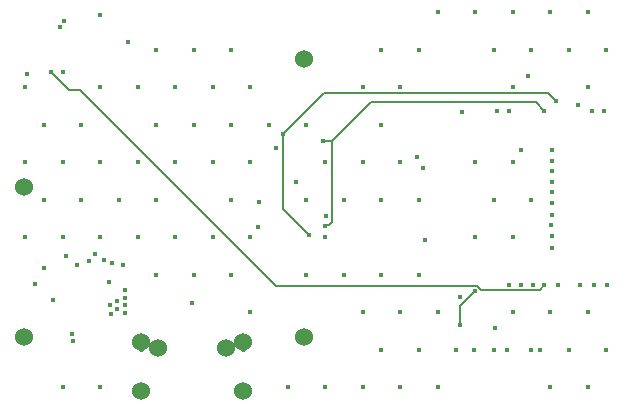
<source format=gbr>
%TF.GenerationSoftware,Altium Limited,Altium Designer,23.6.0 (18)*%
G04 Layer_Physical_Order=4*
G04 Layer_Color=6736896*
%FSLAX45Y45*%
%MOMM*%
%TF.SameCoordinates,DCE0C1D5-9975-4D98-BEBD-45AE40CD8FD9*%
%TF.FilePolarity,Positive*%
%TF.FileFunction,Copper,L4,Inr,Signal*%
%TF.Part,Single*%
G01*
G75*
%TA.AperFunction,Conductor*%
%ADD29C,0.12700*%
%TA.AperFunction,ComponentPad*%
%ADD37C,1.52400*%
%TA.AperFunction,ViaPad*%
%ADD42C,0.45000*%
%TA.AperFunction,NonConductor*%
%ADD43C,0.60960*%
D29*
X6540500Y3548061D02*
X6668930Y3676490D01*
X6540500Y3383280D02*
Y3548061D01*
X6720831Y3683350D02*
X7213950D01*
X3322320Y5379720D02*
X4984000Y3718040D01*
X6686140D02*
X6720831Y3683350D01*
X4984000Y3718040D02*
X6686140D01*
X7213950Y3683350D02*
X7253900Y3723300D01*
X3081020Y5524500D02*
X3225800Y5379720D01*
X3322320D01*
X5044440Y4365020D02*
Y5002660D01*
Y4365020D02*
X5262260Y4147200D01*
X5455920Y4254500D02*
X5455920D01*
X5433472Y4232053D02*
X5455920Y4254500D01*
X5404253Y4232053D02*
X5433472D01*
X5399400Y4227200D02*
X5404253Y4232053D01*
X5787160Y5273040D02*
X7180460D01*
X5455920Y4941800D02*
X5787160Y5273040D01*
X5383300Y4941800D02*
X5455920D01*
Y4254500D02*
Y4941800D01*
X5391020Y5349240D02*
X7288760D01*
X5044440Y5002660D02*
X5391020Y5349240D01*
X7288760D02*
X7353900Y5284100D01*
X7180460Y5273040D02*
X7253900Y5199600D01*
D37*
X5219700Y5636260D02*
D03*
Y3286760D02*
D03*
X2847340Y4556760D02*
D03*
Y3286760D02*
D03*
X3835757Y3243240D02*
D03*
D03*
Y2825240D02*
D03*
X4699760D02*
D03*
X4699763Y3243240D02*
D03*
X3978760Y3190240D02*
D03*
X4556760D02*
D03*
X4699760Y2825240D02*
D03*
X4699763Y3243240D02*
D03*
X3835757Y2825240D02*
D03*
D42*
X3016250Y3868691D02*
D03*
X2938780Y3733800D02*
D03*
X3092600Y3600133D02*
D03*
X6537960Y3627120D02*
D03*
X7053580Y4867190D02*
D03*
X7538720Y5245100D02*
D03*
X7315200Y4864100D02*
D03*
X6985000Y4762500D02*
D03*
X6667500D02*
D03*
X7315200Y4686300D02*
D03*
X4269740Y3568700D02*
D03*
X4286250Y3810000D02*
D03*
X3256280Y3312160D02*
D03*
X5150300Y4599120D02*
D03*
X5715000Y4762500D02*
D03*
X5397500D02*
D03*
X6032500D02*
D03*
X4762500D02*
D03*
X3261360Y3253380D02*
D03*
X3702568Y3617657D02*
D03*
Y3681157D02*
D03*
Y3551617D02*
D03*
X3585728Y3480497D02*
D03*
X3580648Y3551617D02*
D03*
X7655560Y5201920D02*
D03*
X7143750Y5715000D02*
D03*
X6840220Y3357880D02*
D03*
X6540500Y3383280D02*
D03*
X6668930Y3676490D02*
D03*
X6191250Y3175000D02*
D03*
X3204728Y3970717D02*
D03*
X3296168Y3891977D02*
D03*
X3689868Y3897057D02*
D03*
X3595888Y3912297D02*
D03*
X3451108Y3983417D02*
D03*
X3529848Y3935157D02*
D03*
X3400308Y3930077D02*
D03*
X3565881Y3752277D02*
D03*
X3636528Y3589717D02*
D03*
X3492500Y2857500D02*
D03*
X3707648Y3488117D02*
D03*
X3639068Y3518597D02*
D03*
X3175000Y2857500D02*
D03*
X6667500Y4127500D02*
D03*
X7759700Y5194300D02*
D03*
X7785100Y3721100D02*
D03*
X7670800D02*
D03*
X7556500D02*
D03*
X7366000D02*
D03*
X7315200Y4038600D02*
D03*
X7314221Y4229196D02*
D03*
X7315200Y4140200D02*
D03*
Y4318000D02*
D03*
Y4419600D02*
D03*
Y4508500D02*
D03*
Y4597400D02*
D03*
Y4775200D02*
D03*
X7620000Y6032500D02*
D03*
X7778750Y5715000D02*
D03*
X7620000Y5397500D02*
D03*
Y3492500D02*
D03*
X7778750Y3175000D02*
D03*
X7620000Y2857500D02*
D03*
X7302500Y6032500D02*
D03*
X7461250Y5715000D02*
D03*
X7302500Y3492500D02*
D03*
X7461250Y3175000D02*
D03*
X7302500Y2857500D02*
D03*
X6985000Y6032500D02*
D03*
Y5397500D02*
D03*
X7143750Y4445000D02*
D03*
X6985000Y4127500D02*
D03*
Y3492500D02*
D03*
X7143750Y3175000D02*
D03*
X6667500Y6032500D02*
D03*
X6826250Y5715000D02*
D03*
Y4445000D02*
D03*
Y3175000D02*
D03*
X6350000Y6032500D02*
D03*
Y3492500D02*
D03*
X6508750Y3175000D02*
D03*
X6350000Y2857500D02*
D03*
X6191250Y5715000D02*
D03*
X6032500Y5397500D02*
D03*
X6191250Y4445000D02*
D03*
Y3810000D02*
D03*
X6032500Y3492500D02*
D03*
Y2857500D02*
D03*
X5873750Y5715000D02*
D03*
X5715000Y5397500D02*
D03*
X5873750Y5080000D02*
D03*
Y4445000D02*
D03*
Y3810000D02*
D03*
X5715000Y3492500D02*
D03*
X5873750Y3175000D02*
D03*
X5715000Y2857500D02*
D03*
X5556250Y4445000D02*
D03*
X5397500Y4127500D02*
D03*
X5556250Y3810000D02*
D03*
X5397500Y2857500D02*
D03*
X5238750Y5080000D02*
D03*
Y4445000D02*
D03*
Y3810000D02*
D03*
X5080000Y2857500D02*
D03*
X4762500Y5397500D02*
D03*
X4921250Y5080000D02*
D03*
X4762500Y4127500D02*
D03*
Y3492500D02*
D03*
X4603750Y5715000D02*
D03*
X4445000Y5397500D02*
D03*
X4603750Y5080000D02*
D03*
X4445000Y4762500D02*
D03*
X4603750Y4445000D02*
D03*
X4445000Y4127500D02*
D03*
X4603750Y3810000D02*
D03*
X4286250Y5715000D02*
D03*
X4127500Y5397500D02*
D03*
X4286250Y5080000D02*
D03*
X4127500Y4762500D02*
D03*
Y4127500D02*
D03*
X3968750Y5715000D02*
D03*
X3810000Y5397500D02*
D03*
X3968750Y5080000D02*
D03*
X3810000Y4762500D02*
D03*
X3968750Y4445000D02*
D03*
X3810000Y4127500D02*
D03*
X3968750Y3810000D02*
D03*
X3492500Y5397500D02*
D03*
Y4762500D02*
D03*
X3651250Y4445000D02*
D03*
X3492500Y4127500D02*
D03*
X3333750Y5080000D02*
D03*
X3175000Y4762500D02*
D03*
X3333750Y4445000D02*
D03*
X3175000Y4127500D02*
D03*
X2857500Y5397500D02*
D03*
X3016250Y5080000D02*
D03*
X2857500Y4762500D02*
D03*
X3016250Y4445000D02*
D03*
X2857500Y4127500D02*
D03*
X2870200Y5511800D02*
D03*
X3187700Y5956771D02*
D03*
X3153336Y5910421D02*
D03*
X3494130Y6008010D02*
D03*
X7118000Y5492400D02*
D03*
X6177800Y4807700D02*
D03*
X6223000Y4711700D02*
D03*
X5405760Y4307200D02*
D03*
X4833620Y4216400D02*
D03*
X4837060Y4431400D02*
D03*
X3728720Y5778500D02*
D03*
X3081020Y5524500D02*
D03*
X3175000D02*
D03*
X6553900Y5193600D02*
D03*
X6953900Y3728100D02*
D03*
X7213600Y3175000D02*
D03*
X6934200Y3177540D02*
D03*
X6654800Y3172460D02*
D03*
X4983480Y4884420D02*
D03*
X5044440Y5002660D02*
D03*
X5383300Y4941800D02*
D03*
X5399400Y4227200D02*
D03*
X5262260Y4147200D02*
D03*
X7253900Y3723300D02*
D03*
X7153900Y3724900D02*
D03*
X7053900Y3726500D02*
D03*
X6241300Y4107700D02*
D03*
X6853900Y5198400D02*
D03*
X6953900Y5200000D02*
D03*
X7353900Y5284100D02*
D03*
X7253900Y5199600D02*
D03*
D43*
X3835757Y3188630D02*
Y3243240D01*
X4699760Y2796030D02*
Y2825240D01*
X4699763Y3188630D02*
Y3243240D01*
X3835757Y2796030D02*
Y2825240D01*
%TF.MD5,4085eb07525b068f73851517d27ad4d3*%
M02*

</source>
